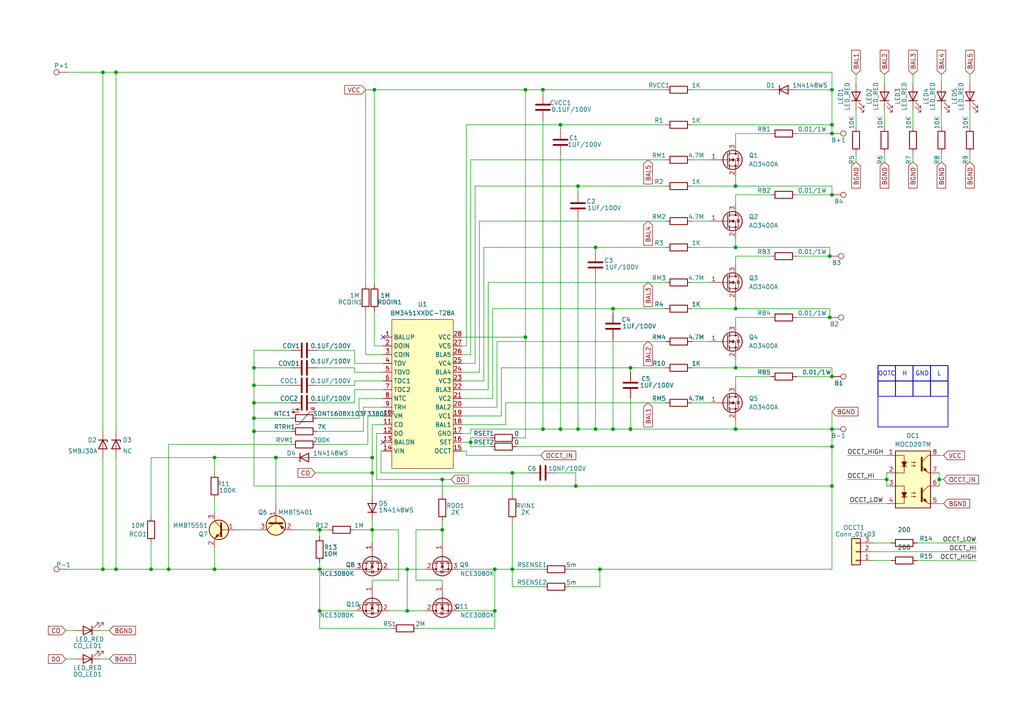
<source format=kicad_sch>
(kicad_sch (version 20230121) (generator eeschema)
  (paper "A4")
  (title_block (title "BM3451XXDC-T28A-Board") (date "2024-02-03") (rev "V1.0") (company "YuaXan"))
  (lib_symbols
    (symbol "Connector:TestPoint" (pin_numbers hide) (pin_names (offset 0.762) hide)
      (property "Reference" "TP" (at 0 6.858 0))
      (property "Value" "TestPoint" (at 0 5.08 0))
      (symbol "TestPoint_1_1"
        (pin passive line (at 0 0 90) (length 2.54) (name "1") (number "1"))
      )
    )
    (symbol "Connector_Generic:Conn_01x03" (pin_names (offset 1.016) hide)
      (property "Reference" "J" (at 0 5.08 0))
      (property "Value" "Conn_01x03" (at 0 -5.08 0))
      (symbol "Conn_01x03_1_1"
        (pin passive line (at -5.08 2.54 0) (length 3.81) (name "Pin_1") (number "1"))
        (pin passive line (at -5.08 0 0) (length 3.81) (name "Pin_2") (number "2"))
        (pin passive line (at -5.08 -2.54 0) (length 3.81) (name "Pin_3") (number "3"))
      )
    )
    (symbol "Device:C" (pin_numbers hide) (pin_names (offset 0.254))
      (property "Reference" "C" (at 0.635 2.54 0))
      (property "Value" "C" (at 0.635 -2.54 0))
      (symbol "C_1_1"
        (pin passive line (at 0 3.81 270) (length 2.794) (name "~") (number "1"))
        (pin passive line (at 0 -3.81 90) (length 2.794) (name "~") (number "2"))
      )
    )
    (symbol "Device:D_Zener" (pin_numbers hide) (pin_names (offset 1.016) hide)
      (property "Reference" "D" (at 0 2.54 0))
      (property "Value" "D_Zener" (at 0 -2.54 0))
      (symbol "D_Zener_1_1"
        (pin passive line (at -3.81 0 0) (length 2.54) (name "K") (number "1"))
        (pin passive line (at 3.81 0 180) (length 2.54) (name "A") (number "2"))
      )
    )
    (symbol "Device:LED" (pin_numbers hide) (pin_names (offset 1.016) hide)
      (property "Reference" "D" (at 0 2.54 0))
      (property "Value" "LED" (at 0 -2.54 0))
      (symbol "LED_1_1"
        (pin passive line (at -3.81 0 0) (length 2.54) (name "K") (number "1"))
        (pin passive line (at 3.81 0 180) (length 2.54) (name "A") (number "2"))
      )
    )
    (symbol "Device:Q_NMOS_GDS" (pin_names (offset 0) hide)
      (property "Reference" "Q" (at 5.08 1.27 0))
      (property "Value" "Q_NMOS_GDS" (at 5.08 -1.27 0))
      (symbol "Q_NMOS_GDS_1_1"
        (pin input line (at -5.08 0 0) (length 2.54) (name "G") (number "1"))
        (pin passive line (at 2.54 5.08 270) (length 2.54) (name "D") (number "2"))
        (pin passive line (at 2.54 -5.08 90) (length 2.54) (name "S") (number "3"))
      )
    )
    (symbol "Device:R" (pin_numbers hide) (pin_names (offset 0))
      (property "Reference" "R" (at 2.032 0 90))
      (property "Value" "R" (at 0 0 90))
      (symbol "R_1_1"
        (pin passive line (at 0 3.81 270) (length 1.27) (name "~") (number "1"))
        (pin passive line (at 0 -3.81 90) (length 1.27) (name "~") (number "2"))
      )
    )
    (symbol "Device:Thermistor_NTC" (pin_numbers hide) (pin_names (offset 0))
      (property "Reference" "TH" (at -4.445 0 90))
      (property "Value" "Thermistor_NTC" (at 3.175 0 90))
      (symbol "Thermistor_NTC_1_1"
        (pin passive line (at 0 3.81 270) (length 1.27) (name "~") (number "1"))
        (pin passive line (at 0 -3.81 90) (length 1.27) (name "~") (number "2"))
      )
    )
    (symbol "Diode:1N4148WS" (pin_numbers hide) (pin_names hide)
      (property "Reference" "D" (at 0 2.54 0))
      (property "Value" "1N4148WS" (at 0 -2.54 0))
      (symbol "1N4148WS_1_1"
        (pin passive line (at -3.81 0 0) (length 2.54) (name "K") (number "1"))
        (pin passive line (at 3.81 0 180) (length 2.54) (name "A") (number "2"))
      )
    )
    (symbol "Library:BM3451XXDC-T28A"
      (property "Reference" "U" (at 0 25.4 0))
      (property "Value" "BM3451XXDC-T28A" (at 0 22.86 0))
      (symbol "BM3451XXDC-T28A_0_0"
        (pin input line (at -11.43 16.51 0) (length 2.54) (name "BALUP") (number "1"))
        (pin input line (at -11.43 -6.35 0) (length 2.54) (name "VM") (number "10"))
        (pin output line (at -11.43 -8.89 0) (length 2.54) (name "CO") (number "11"))
        (pin output line (at -11.43 -11.43 0) (length 2.54) (name "DO") (number "12"))
        (pin input line (at -11.43 -16.51 0) (length 2.54) (name "VIN") (number "14"))
        (pin input line (at 11.43 -16.51 180) (length 2.54) (name "OCCT") (number "15"))
        (pin input line (at 11.43 -13.97 180) (length 2.54) (name "SET") (number "16"))
        (pin power_in line (at 11.43 -11.43 180) (length 2.54) (name "GND") (number "17"))
        (pin output line (at 11.43 -8.89 180) (length 2.54) (name "BAL1") (number "18"))
        (pin output line (at 11.43 -6.35 180) (length 2.54) (name "VC1") (number "19"))
        (pin input line (at -11.43 13.97 0) (length 2.54) (name "DOIN") (number "2"))
        (pin output line (at 11.43 -3.81 180) (length 2.54) (name "BAL2") (number "20"))
        (pin output line (at 11.43 -1.27 180) (length 2.54) (name "VC2") (number "21"))
        (pin output line (at 11.43 1.27 180) (length 2.54) (name "BLA3") (number "22"))
        (pin output line (at 11.43 3.81 180) (length 2.54) (name "VC3") (number "23"))
        (pin output line (at 11.43 6.35 180) (length 2.54) (name "BLA4") (number "24"))
        (pin output line (at 11.43 8.89 180) (length 2.54) (name "VC4") (number "25"))
        (pin output line (at 11.43 11.43 180) (length 2.54) (name "BLA5") (number "26"))
        (pin output line (at 11.43 13.97 180) (length 2.54) (name "VC5") (number "27"))
        (pin power_in line (at 11.43 16.51 180) (length 2.54) (name "VCC") (number "28"))
        (pin input line (at -11.43 11.43 0) (length 2.54) (name "COIN") (number "3"))
        (pin input line (at -11.43 8.89 0) (length 2.54) (name "TOV") (number "4"))
        (pin input line (at -11.43 6.35 0) (length 2.54) (name "TOVD") (number "5"))
        (pin input line (at -11.43 3.81 0) (length 2.54) (name "TOC1") (number "6"))
        (pin input line (at -11.43 1.27 0) (length 2.54) (name "TOC2") (number "7"))
        (pin input line (at -11.43 -1.27 0) (length 2.54) (name "NTC") (number "8"))
        (pin input line (at -11.43 -3.81 0) (length 2.54) (name "TRH") (number "9"))
      )
      (symbol "BM3451XXDC-T28A_1_0"
        (pin output line (at -11.43 -13.97 0) (length 2.54) (name "BALDN") (number "13"))
      )
    )
    (symbol "PCM_Optocoupler_AKL:MOCD207M" (pin_names (offset 1.016))
      (property "Reference" "OC" (at -5.08 8.89 0))
      (property "Value" "MOCD207M" (at -5.08 6.35 0))
      (symbol "MOCD207M_1_1"
        (pin passive line (at -7.62 2.54 0) (length 2.54) (name "~") (number "1"))
        (pin passive line (at -7.62 -2.54 0) (length 2.54) (name "~") (number "2"))
        (pin passive line (at -7.62 -6.35 0) (length 2.54) (name "~") (number "3"))
        (pin passive line (at -7.62 -11.43 0) (length 2.54) (name "~") (number "4"))
        (pin passive line (at 7.62 -11.43 180) (length 2.54) (name "~") (number "5"))
        (pin passive line (at 7.62 -6.35 180) (length 2.54) (name "~") (number "6"))
        (pin passive line (at 7.62 -2.54 180) (length 2.54) (name "~") (number "7"))
        (pin passive line (at 7.62 2.54 180) (length 2.54) (name "~") (number "8"))
      )
    )
    (symbol "PCM_Transistor_BJT_AKL:MMBT5401" (pin_names hide)
      (property "Reference" "Q" (at 5.08 1.27 0))
      (property "Value" "MMBT5401" (at 5.08 -1.27 0))
      (symbol "MMBT5401_1_1"
        (pin input line (at -5.08 0 0) (length 5.715) (name "B") (number "1"))
        (pin passive line (at 2.54 5.08 270) (length 2.54) (name "E") (number "2"))
        (pin passive line (at 2.54 -5.08 90) (length 2.54) (name "C") (number "3"))
      )
    )
    (symbol "PCM_Transistor_BJT_AKL:MMBT5551" (pin_names hide)
      (property "Reference" "Q" (at 5.08 1.27 0))
      (property "Value" "MMBT5551" (at 5.08 -1.27 0))
      (symbol "MMBT5551_1_1"
        (pin input line (at -5.08 0 0) (length 5.715) (name "B") (number "1"))
        (pin passive line (at 2.54 -5.08 90) (length 2.54) (name "E") (number "2"))
        (pin passive line (at 2.54 5.08 270) (length 2.54) (name "C") (number "3"))
      )
    )
    (symbol "Transistor_FET:AO3400A" (pin_names hide)
      (property "Reference" "Q" (at 5.08 1.905 0))
      (property "Value" "AO3400A" (at 5.08 0 0))
      (symbol "AO3400A_1_1"
        (pin input line (at -5.08 0 0) (length 2.54) (name "G") (number "1"))
        (pin passive line (at 2.54 -5.08 90) (length 2.54) (name "S") (number "2"))
        (pin passive line (at 2.54 5.08 270) (length 2.54) (name "D") (number "3"))
      )
    )
  )
  (junction (at 73.66 121.285))
  (junction (at 213.36 71.755))
  (junction (at 213.36 53.975))
  (junction (at 172.72 124.46))
  (junction (at 73.66 106.68))
  (junction (at 29.845 20.955))
  (junction (at 213.36 89.535))
  (junction (at 92.71 153.67))
  (junction (at 62.23 132.715))
  (junction (at 48.895 165.1))
  (junction (at 182.88 124.46))
  (junction (at 162.56 36.195))
  (junction (at 173.99 165.1))
  (junction (at 157.48 26.035))
  (junction (at 33.655 20.955))
  (junction (at 92.71 177.165))
  (junction (at 107.95 132.715))
  (junction (at 177.8 124.46))
  (junction (at 272.415 139.065))
  (junction (at 152.4 97.79))
  (junction (at 29.845 165.1))
  (junction (at 167.005 140.97))
  (junction (at 43.815 165.1))
  (junction (at 118.11 165.1))
  (junction (at 73.66 116.84))
  (junction (at 136.525 128.27))
  (junction (at 92.71 165.1))
  (junction (at 152.4 26.035))
  (junction (at 241.3 109.22))
  (junction (at 107.95 137.16))
  (junction (at 172.72 71.755))
  (junction (at 241.3 140.97))
  (junction (at 118.11 177.165))
  (junction (at 148.59 137.16))
  (junction (at 167.64 124.46))
  (junction (at 33.655 165.1))
  (junction (at 143.51 177.165))
  (junction (at 107.95 153.67))
  (junction (at 73.66 125.095))
  (junction (at 213.36 106.68))
  (junction (at 73.66 111.76))
  (junction (at 162.56 124.46))
  (junction (at 128.27 139.065))
  (junction (at 241.3 26.035))
  (junction (at 108.585 26.035))
  (junction (at 241.3 38.735))
  (junction (at 241.3 56.515))
  (junction (at 213.36 124.46))
  (junction (at 80.01 132.715))
  (junction (at 241.3 36.195))
  (junction (at 128.27 153.67))
  (junction (at 143.51 165.1))
  (junction (at 241.3 124.46))
  (junction (at 62.23 165.1))
  (junction (at 240.665 92.075))
  (junction (at 241.3 129.54))
  (junction (at 148.59 165.1))
  (junction (at 240.665 74.295))
  (junction (at 257.175 139.065))
  (junction (at 167.64 53.975))
  (junction (at 177.8 89.535))
  (junction (at 182.88 106.68))
  (junction (at 157.48 124.46))
  (no_connect (at 111.125 97.79))
  (no_connect (at 111.125 128.27))
  (wire (pts (xy 177.8 89.535) (xy 193.04 89.535)))
  (wire (pts (xy 128.27 151.13) (xy 128.27 153.67)))
  (wire (pts (xy 213.36 109.22) (xy 223.52 109.22)))
  (wire (pts (xy 152.4 26.035) (xy 152.4 97.79)))
  (wire (pts (xy 272.415 139.065) (xy 272.415 140.97)))
  (wire (pts (xy 111.125 110.49) (xy 102.87 110.49)))
  (wire (pts (xy 128.27 169.545) (xy 128.27 168.275)))
  (wire (pts (xy 135.255 132.08) (xy 135.255 130.81)))
  (wire (pts (xy 33.655 132.715) (xy 33.655 165.1)))
  (wire (pts (xy 248.285 31.75) (xy 248.285 36.83)))
  (wire (pts (xy 182.88 124.46) (xy 213.36 124.46)))
  (wire (pts (xy 167.005 137.16) (xy 167.005 140.97)))
  (wire (pts (xy 273.05 31.75) (xy 273.05 36.83)))
  (wire (pts (xy 102.87 116.84) (xy 92.075 116.84)))
  (wire (pts (xy 33.655 20.955) (xy 241.3 20.955)))
  (wire (pts (xy 162.56 45.085) (xy 162.56 124.46)))
  (wire (pts (xy 257.175 139.065) (xy 257.175 140.97)))
  (wire (pts (xy 62.23 158.75) (xy 62.23 165.1)))
  (wire (pts (xy 43.815 149.86) (xy 43.815 132.715)))
  (wire (pts (xy 241.3 36.195) (xy 241.3 38.735)))
  (wire (pts (xy 200.66 71.755) (xy 213.36 71.755)))
  (wire (pts (xy 213.36 59.055) (xy 213.36 56.515)))
  (wire (pts (xy 139.065 64.135) (xy 193.04 64.135)))
  (wire (pts (xy 241.3 106.68) (xy 241.3 109.22)))
  (wire (pts (xy 102.87 165.1) (xy 92.71 165.1)))
  (wire (pts (xy 102.87 111.76) (xy 92.075 111.76)))
  (wire (pts (xy 107.95 132.715) (xy 107.95 137.16)))
  (wire (pts (xy 200.66 36.195) (xy 241.3 36.195)))
  (wire (pts (xy 29.845 20.955) (xy 33.655 20.955)))
  (wire (pts (xy 167.64 55.88) (xy 167.64 53.975)))
  (wire (pts (xy 110.49 130.81) (xy 110.49 137.16)))
  (wire (pts (xy 148.59 165.1) (xy 143.51 165.1)))
  (wire (pts (xy 62.23 132.715) (xy 80.01 132.715)))
  (wire (pts (xy 240.665 89.535) (xy 240.665 92.075)))
  (wire (pts (xy 142.875 115.57) (xy 142.875 89.535)))
  (wire (pts (xy 110.49 137.16) (xy 148.59 137.16)))
  (wire (pts (xy 167.64 53.975) (xy 137.795 53.975)))
  (wire (pts (xy 281.305 31.75) (xy 281.305 36.83)))
  (wire (pts (xy 111.125 123.19) (xy 107.95 123.19)))
  (wire (pts (xy 135.255 100.33) (xy 133.985 100.33)))
  (wire (pts (xy 248.285 44.45) (xy 248.285 46.99)))
  (wire (pts (xy 157.48 124.46) (xy 162.56 124.46)))
  (wire (pts (xy 213.36 121.92) (xy 213.36 124.46)))
  (wire (pts (xy 200.66 26.035) (xy 223.52 26.035)))
  (wire (pts (xy 118.11 165.1) (xy 118.11 177.165)))
  (wire (pts (xy 133.985 115.57) (xy 142.875 115.57)))
  (wire (pts (xy 84.455 106.68) (xy 73.66 106.68)))
  (wire (pts (xy 141.605 113.03) (xy 133.985 113.03)))
  (wire (pts (xy 73.66 125.095) (xy 73.66 140.97)))
  (wire (pts (xy 256.54 21.59) (xy 256.54 24.13)))
  (wire (pts (xy 258.445 162.56) (xy 253.365 162.56)))
  (wire (pts (xy 120.65 168.275) (xy 120.65 153.67)))
  (wire (pts (xy 92.71 153.67) (xy 95.25 153.67)))
  (wire (pts (xy 152.4 127) (xy 152.4 97.79)))
  (wire (pts (xy 266.065 162.56) (xy 283.21 162.56)))
  (wire (pts (xy 102.87 105.41) (xy 102.87 101.6)))
  (wire (pts (xy 115.57 153.67) (xy 107.95 153.67)))
  (wire (pts (xy 162.56 36.195) (xy 193.04 36.195)))
  (wire (pts (xy 213.36 111.76) (xy 213.36 109.22)))
  (wire (pts (xy 152.4 26.035) (xy 157.48 26.035)))
  (wire (pts (xy 92.075 128.905) (xy 106.68 128.905)))
  (wire (pts (xy 107.95 169.545) (xy 107.95 168.275)))
  (wire (pts (xy 102.87 101.6) (xy 92.075 101.6)))
  (wire (pts (xy 118.11 177.165) (xy 123.19 177.165)))
  (wire (pts (xy 113.03 165.1) (xy 118.11 165.1)))
  (wire (pts (xy 128.27 153.67) (xy 128.27 157.48)))
  (wire (pts (xy 109.22 139.065) (xy 128.27 139.065)))
  (wire (pts (xy 273.685 132.08) (xy 272.415 132.08)))
  (wire (pts (xy 113.03 177.165) (xy 118.11 177.165)))
  (wire (pts (xy 200.66 99.06) (xy 205.74 99.06)))
  (wire (pts (xy 172.72 80.645) (xy 172.72 124.46)))
  (wire (pts (xy 133.985 125.73) (xy 136.525 125.73)))
  (wire (pts (xy 136.525 46.355) (xy 193.04 46.355)))
  (wire (pts (xy 213.36 56.515) (xy 223.52 56.515)))
  (wire (pts (xy 85.09 153.67) (xy 92.71 153.67)))
  (wire (pts (xy 91.44 137.16) (xy 107.95 137.16)))
  (wire (pts (xy 245.745 139.065) (xy 257.175 139.065)))
  (wire (pts (xy 231.14 92.075) (xy 240.665 92.075)))
  (wire (pts (xy 281.305 21.59) (xy 281.305 24.13)))
  (wire (pts (xy 231.14 26.035) (xy 241.3 26.035)))
  (wire (pts (xy 257.175 137.16) (xy 257.175 139.065)))
  (wire (pts (xy 240.665 71.755) (xy 240.665 74.295)))
  (wire (pts (xy 182.88 106.68) (xy 145.415 106.68)))
  (wire (pts (xy 157.48 34.925) (xy 157.48 124.46)))
  (wire (pts (xy 213.36 124.46) (xy 241.3 124.46)))
  (wire (pts (xy 133.985 107.95) (xy 139.065 107.95)))
  (wire (pts (xy 29.845 132.715) (xy 29.845 165.1)))
  (wire (pts (xy 193.04 116.84) (xy 146.685 116.84)))
  (wire (pts (xy 102.87 110.49) (xy 102.87 111.76)))
  (wire (pts (xy 102.87 106.68) (xy 92.075 106.68)))
  (wire (pts (xy 106.045 102.87) (xy 111.125 102.87)))
  (wire (pts (xy 167.64 124.46) (xy 172.72 124.46)))
  (wire (pts (xy 73.66 121.285) (xy 84.455 121.285)))
  (wire (pts (xy 213.36 89.535) (xy 200.66 89.535)))
  (wire (pts (xy 167.64 53.975) (xy 193.04 53.975)))
  (wire (pts (xy 165.1 170.18) (xy 173.99 170.18)))
  (wire (pts (xy 177.8 98.425) (xy 177.8 124.46)))
  (wire (pts (xy 182.88 115.57) (xy 182.88 124.46)))
  (wire (pts (xy 177.8 124.46) (xy 182.88 124.46)))
  (wire (pts (xy 241.3 165.1) (xy 241.3 140.97)))
  (wire (pts (xy 105.41 125.095) (xy 105.41 118.11)))
  (wire (pts (xy 142.875 89.535) (xy 177.8 89.535)))
  (wire (pts (xy 145.415 120.65) (xy 133.985 120.65)))
  (wire (pts (xy 177.8 89.535) (xy 177.8 90.805)))
  (wire (pts (xy 29.21 182.88) (xy 31.75 182.88)))
  (wire (pts (xy 165.1 165.1) (xy 173.99 165.1)))
  (wire (pts (xy 107.95 132.715) (xy 92.075 132.715)))
  (wire (pts (xy 108.585 90.17) (xy 108.585 100.33)))
  (wire (pts (xy 136.525 125.73) (xy 136.525 124.46)))
  (wire (pts (xy 173.99 165.1) (xy 241.3 165.1)))
  (wire (pts (xy 241.3 119.38) (xy 241.3 124.46)))
  (wire (pts (xy 273.685 139.065) (xy 272.415 139.065)))
  (wire (pts (xy 92.71 155.575) (xy 92.71 153.67)))
  (wire (pts (xy 43.815 165.1) (xy 48.895 165.1)))
  (wire (pts (xy 157.48 26.035) (xy 157.48 27.305)))
  (wire (pts (xy 264.795 21.59) (xy 264.795 24.13)))
  (wire (pts (xy 109.22 125.73) (xy 109.22 139.065)))
  (wire (pts (xy 120.65 153.67) (xy 128.27 153.67)))
  (wire (pts (xy 29.21 191.135) (xy 31.75 191.135)))
  (wire (pts (xy 140.335 110.49) (xy 133.985 110.49)))
  (wire (pts (xy 241.3 20.955) (xy 241.3 26.035)))
  (wire (pts (xy 258.445 157.48) (xy 253.365 157.48)))
  (wire (pts (xy 245.745 132.08) (xy 257.175 132.08)))
  (wire (pts (xy 153.67 137.16) (xy 148.59 137.16)))
  (wire (pts (xy 200.66 81.915) (xy 205.74 81.915)))
  (wire (pts (xy 144.145 99.06) (xy 144.145 118.11)))
  (wire (pts (xy 62.23 165.1) (xy 92.71 165.1)))
  (wire (pts (xy 92.71 182.245) (xy 92.71 177.165)))
  (wire (pts (xy 173.99 165.1) (xy 173.99 170.18)))
  (wire (pts (xy 172.72 71.755) (xy 140.335 71.755)))
  (wire (pts (xy 92.075 125.095) (xy 105.41 125.095)))
  (wire (pts (xy 246.38 146.05) (xy 257.175 146.05)))
  (wire (pts (xy 213.36 69.215) (xy 213.36 71.755)))
  (wire (pts (xy 121.285 182.245) (xy 143.51 182.245)))
  (wire (pts (xy 172.72 124.46) (xy 177.8 124.46)))
  (wire (pts (xy 182.88 106.68) (xy 193.04 106.68)))
  (wire (pts (xy 149.86 129.54) (xy 241.3 129.54)))
  (wire (pts (xy 111.125 105.41) (xy 102.87 105.41)))
  (wire (pts (xy 130.81 139.065) (xy 128.27 139.065)))
  (wire (pts (xy 107.95 151.13) (xy 107.95 153.67)))
  (wire (pts (xy 135.255 130.81) (xy 133.985 130.81)))
  (wire (pts (xy 200.66 106.68) (xy 213.36 106.68)))
  (wire (pts (xy 73.66 101.6) (xy 73.66 106.68)))
  (wire (pts (xy 213.36 51.435) (xy 213.36 53.975)))
  (wire (pts (xy 264.795 31.75) (xy 264.795 36.83)))
  (wire (pts (xy 84.455 128.905) (xy 48.895 128.905)))
  (wire (pts (xy 106.045 90.17) (xy 106.045 102.87)))
  (wire (pts (xy 115.57 168.275) (xy 115.57 153.67)))
  (wire (pts (xy 148.59 170.18) (xy 157.48 170.18)))
  (wire (pts (xy 143.51 165.1) (xy 143.51 177.165)))
  (wire (pts (xy 231.14 74.295) (xy 240.665 74.295)))
  (wire (pts (xy 84.455 111.76) (xy 73.66 111.76)))
  (wire (pts (xy 92.075 121.285) (xy 104.14 121.285)))
  (wire (pts (xy 135.255 36.195) (xy 135.255 100.33)))
  (wire (pts (xy 113.665 182.245) (xy 92.71 182.245)))
  (wire (pts (xy 84.455 132.715) (xy 80.01 132.715)))
  (wire (pts (xy 152.4 97.79) (xy 133.985 97.79)))
  (wire (pts (xy 213.36 86.995) (xy 213.36 89.535)))
  (wire (pts (xy 111.125 113.03) (xy 102.87 113.03)))
  (wire (pts (xy 62.23 137.16) (xy 62.23 132.715)))
  (wire (pts (xy 84.455 116.84) (xy 73.66 116.84)))
  (wire (pts (xy 253.365 160.02) (xy 283.21 160.02)))
  (wire (pts (xy 200.66 116.84) (xy 205.74 116.84)))
  (wire (pts (xy 172.72 73.025) (xy 172.72 71.755)))
  (wire (pts (xy 161.29 137.16) (xy 167.005 137.16)))
  (wire (pts (xy 272.415 137.16) (xy 272.415 139.065)))
  (wire (pts (xy 241.3 140.97) (xy 241.3 129.54)))
  (wire (pts (xy 19.05 191.135) (xy 21.59 191.135)))
  (wire (pts (xy 110.49 130.81) (xy 111.125 130.81)))
  (wire (pts (xy 140.335 71.755) (xy 140.335 110.49)))
  (wire (pts (xy 146.685 116.84) (xy 146.685 123.19)))
  (wire (pts (xy 43.815 157.48) (xy 43.815 165.1)))
  (wire (pts (xy 108.585 26.035) (xy 108.585 82.55)))
  (wire (pts (xy 213.36 74.295) (xy 213.36 76.835)))
  (wire (pts (xy 107.95 123.19) (xy 107.95 132.715)))
  (wire (pts (xy 108.585 26.035) (xy 152.4 26.035)))
  (wire (pts (xy 33.655 20.955) (xy 33.655 125.095)))
  (wire (pts (xy 136.525 102.87) (xy 136.525 46.355)))
  (wire (pts (xy 273.05 21.59) (xy 273.05 24.13)))
  (wire (pts (xy 149.86 127) (xy 152.4 127)))
  (wire (pts (xy 19.05 182.88) (xy 21.59 182.88)))
  (wire (pts (xy 162.56 124.46) (xy 167.64 124.46)))
  (wire (pts (xy 92.71 177.165) (xy 102.87 177.165)))
  (wire (pts (xy 84.455 101.6) (xy 73.66 101.6)))
  (wire (pts (xy 162.56 36.195) (xy 162.56 37.465)))
  (wire (pts (xy 193.04 99.06) (xy 144.145 99.06)))
  (wire (pts (xy 106.68 120.65) (xy 111.125 120.65)))
  (wire (pts (xy 213.36 41.275) (xy 213.36 38.735)))
  (wire (pts (xy 136.525 129.54) (xy 142.24 129.54)))
  (wire (pts (xy 213.36 53.975) (xy 241.3 53.975)))
  (wire (pts (xy 62.23 144.78) (xy 62.23 148.59)))
  (wire (pts (xy 148.59 151.13) (xy 148.59 165.1)))
  (wire (pts (xy 29.845 165.1) (xy 33.655 165.1)))
  (wire (pts (xy 107.95 168.275) (xy 115.57 168.275)))
  (wire (pts (xy 19.685 165.1) (xy 29.845 165.1)))
  (wire (pts (xy 256.54 44.45) (xy 256.54 46.99)))
  (wire (pts (xy 73.66 125.095) (xy 84.455 125.095)))
  (wire (pts (xy 241.3 26.035) (xy 241.3 36.195)))
  (wire (pts (xy 272.415 146.05) (xy 273.685 146.05)))
  (wire (pts (xy 213.36 71.755) (xy 240.665 71.755)))
  (wire (pts (xy 167.64 63.5) (xy 167.64 124.46)))
  (wire (pts (xy 108.585 100.33) (xy 111.125 100.33)))
  (wire (pts (xy 266.065 157.48) (xy 283.21 157.48)))
  (wire (pts (xy 136.525 128.27) (xy 136.525 127)))
  (wire (pts (xy 162.56 36.195) (xy 135.255 36.195)))
  (wire (pts (xy 241.3 109.22) (xy 231.14 109.22)))
  (wire (pts (xy 73.66 121.285) (xy 73.66 125.095)))
  (wire (pts (xy 135.255 132.08) (xy 156.845 132.08)))
  (wire (pts (xy 144.145 118.11) (xy 133.985 118.11)))
  (wire (pts (xy 172.72 71.755) (xy 193.04 71.755)))
  (wire (pts (xy 136.525 128.27) (xy 136.525 129.54)))
  (wire (pts (xy 128.27 139.065) (xy 128.27 143.51)))
  (wire (pts (xy 106.68 128.905) (xy 106.68 120.65)))
  (wire (pts (xy 141.605 81.915) (xy 193.04 81.915)))
  (wire (pts (xy 107.95 137.16) (xy 107.95 143.51)))
  (wire (pts (xy 213.36 104.14) (xy 213.36 106.68)))
  (wire (pts (xy 106.045 82.55) (xy 106.045 26.035)))
  (wire (pts (xy 136.525 127) (xy 142.24 127)))
  (wire (pts (xy 106.045 26.035) (xy 108.585 26.035)))
  (wire (pts (xy 213.36 38.735) (xy 223.52 38.735)))
  (wire (pts (xy 145.415 106.68) (xy 145.415 120.65)))
  (wire (pts (xy 43.815 132.715) (xy 62.23 132.715)))
  (wire (pts (xy 213.36 93.98) (xy 213.36 92.075)))
  (wire (pts (xy 213.36 92.075) (xy 223.52 92.075)))
  (wire (pts (xy 256.54 31.75) (xy 256.54 36.83)))
  (wire (pts (xy 136.525 124.46) (xy 157.48 124.46)))
  (wire (pts (xy 167.005 140.97) (xy 241.3 140.97)))
  (wire (pts (xy 111.125 125.73) (xy 109.22 125.73)))
  (wire (pts (xy 33.655 165.1) (xy 43.815 165.1)))
  (wire (pts (xy 231.14 56.515) (xy 241.3 56.515)))
  (wire (pts (xy 48.895 128.905) (xy 48.895 165.1)))
  (wire (pts (xy 118.11 165.1) (xy 123.19 165.1)))
  (wire (pts (xy 139.065 107.95) (xy 139.065 64.135)))
  (wire (pts (xy 48.895 165.1) (xy 62.23 165.1)))
  (wire (pts (xy 157.48 26.035) (xy 193.04 26.035)))
  (wire (pts (xy 241.3 53.975) (xy 241.3 56.515)))
  (wire (pts (xy 80.01 132.715) (xy 80.01 146.05)))
  (wire (pts (xy 111.125 107.95) (xy 102.87 107.95)))
  (wire (pts (xy 143.51 177.165) (xy 143.51 182.245)))
  (wire (pts (xy 264.795 44.45) (xy 264.795 46.99)))
  (wire (pts (xy 102.87 153.67) (xy 107.95 153.67)))
  (wire (pts (xy 148.59 165.1) (xy 148.59 170.18)))
  (wire (pts (xy 73.66 106.68) (xy 73.66 111.76)))
  (wire (pts (xy 137.795 53.975) (xy 137.795 105.41)))
  (wire (pts (xy 231.14 38.735) (xy 241.3 38.735)))
  (wire (pts (xy 105.41 118.11) (xy 111.125 118.11)))
  (wire (pts (xy 107.95 153.67) (xy 107.95 157.48)))
  (wire (pts (xy 69.85 153.67) (xy 74.93 153.67)))
  (wire (pts (xy 143.51 177.165) (xy 133.35 177.165)))
  (wire (pts (xy 73.66 116.84) (xy 73.66 121.285)))
  (wire (pts (xy 92.71 165.1) (xy 92.71 177.165)))
  (wire (pts (xy 19.685 20.955) (xy 29.845 20.955)))
  (wire (pts (xy 148.59 137.16) (xy 148.59 143.51)))
  (wire (pts (xy 200.66 64.135) (xy 205.74 64.135)))
  (wire (pts (xy 133.985 128.27) (xy 136.525 128.27)))
  (wire (pts (xy 281.305 44.45) (xy 281.305 46.99)))
  (wire (pts (xy 223.52 74.295) (xy 213.36 74.295)))
  (wire (pts (xy 137.795 105.41) (xy 133.985 105.41)))
  (wire (pts (xy 213.36 89.535) (xy 240.665 89.535)))
  (wire (pts (xy 141.605 81.915) (xy 141.605 113.03)))
  (wire (pts (xy 182.88 107.95) (xy 182.88 106.68)))
  (wire (pts (xy 248.285 21.59) (xy 248.285 24.13)))
  (wire (pts (xy 92.71 163.195) (xy 92.71 165.1)))
  (wire (pts (xy 200.66 46.355) (xy 205.74 46.355)))
  (wire (pts (xy 241.3 129.54) (xy 241.3 124.46)))
  (wire (pts (xy 148.59 165.1) (xy 157.48 165.1)))
  (wire (pts (xy 146.685 123.19) (xy 133.985 123.19)))
  (wire (pts (xy 133.35 165.1) (xy 143.51 165.1)))
  (wire (pts (xy 213.36 106.68) (xy 241.3 106.68)))
  (wire (pts (xy 102.87 113.03) (xy 102.87 116.84)))
  (wire (pts (xy 102.87 107.95) (xy 102.87 106.68)))
  (wire (pts (xy 133.985 102.87) (xy 136.525 102.87)))
  (wire (pts (xy 29.845 20.955) (xy 29.845 125.095)))
  (wire (pts (xy 73.66 111.76) (xy 73.66 116.84)))
  (wire (pts (xy 273.05 44.45) (xy 273.05 46.99)))
  (wire (pts (xy 104.14 115.57) (xy 111.125 115.57)))
  (wire (pts (xy 73.66 140.97) (xy 167.005 140.97)))
  (wire (pts (xy 128.27 168.275) (xy 120.65 168.275)))
  (wire (pts (xy 104.14 121.285) (xy 104.14 115.57)))
  (wire (pts (xy 200.66 53.975) (xy 213.36 53.975)))
  (rectangle (start 259.715 106.045) (end 264.795 110.49) (stroke (width 0.2)))
  (rectangle (start 254.635 110.49) (end 259.715 114.935) (stroke (width 0.2)))
  (rectangle (start 269.875 106.045) (end 274.955 110.49) (stroke (width 0.2)))
  (rectangle (start 264.795 106.045) (end 269.875 110.49) (stroke (width 0.2)))
  (rectangle (start 264.795 110.49) (end 269.875 114.935) (stroke (width 0.2)))
  (rectangle (start 254.635 106.045) (end 274.955 123.825) (stroke (width 0.2)))
  (rectangle (start 254.635 106.045) (end 259.715 110.49) (stroke (width 0.2)))
  (rectangle (start 259.715 110.49) (end 264.795 114.935) (stroke (width 0.2)))
  (rectangle (start 269.875 110.49) (end 274.955 114.935) (stroke (width 0.2)))
  (text "H" (at 261.62 109.22 0) (effects (font (size 1.27 1.27)) (justify left bottom)))
  (text "GND" (at 265.43 109.22 0) (effects (font (size 1.27 1.27)) (justify left bottom)))
  (text "OOTC" (at 254.635 109.22 0) (effects (font (size 1.27 1.27)) (justify left bottom)))
  (text "L" (at 271.78 109.22 0) (effects (font (size 1.27 1.27)) (justify left bottom)))
  (label "OCCT_HI" (at 245.745 139.065 0))
  (label "OCCT_HI" (at 283.21 160.02 180))
  (label "OCCT_HIGH" (at 283.21 162.56 180))
  (label "OCCT_LOW" (at 246.38 146.05 0))
  (label "OCCT_HIGH" (at 245.745 132.08 0))
  (label "OCCT_LOW" (at 283.21 157.48 180))
  (global_label "BAL3" (shape input) (at 187.96 81.915 270) (property "Intersheetrefs" "${INTERSHEET_REFS}" (effects hide)))
  (global_label "BGND" (shape input) (at 241.3 119.38 0) (property "Intersheetrefs" "${INTERSHEET_REFS}" (effects hide)))
  (global_label "OCCT_IN" (shape input) (at 156.845 132.08 0) (property "Intersheetrefs" "${INTERSHEET_REFS}" (effects hide)))
  (global_label "VCC" (shape input) (at 106.045 26.035 180) (property "Intersheetrefs" "${INTERSHEET_REFS}" (effects hide)))
  (global_label "BGND" (shape input) (at 256.54 46.99 270) (property "Intersheetrefs" "${INTERSHEET_REFS}" (effects hide)))
  (global_label "BAL4" (shape input) (at 273.05 21.59 90) (property "Intersheetrefs" "${INTERSHEET_REFS}" (effects hide)))
  (global_label "BAL2" (shape input) (at 187.96 99.06 270) (property "Intersheetrefs" "${INTERSHEET_REFS}" (effects hide)))
  (global_label "BAL4" (shape input) (at 187.96 64.135 270) (property "Intersheetrefs" "${INTERSHEET_REFS}" (effects hide)))
  (global_label "BGND" (shape input) (at 273.685 146.05 0) (property "Intersheetrefs" "${INTERSHEET_REFS}" (effects hide)))
  (global_label "CO" (shape input) (at 19.05 182.88 180) (property "Intersheetrefs" "${INTERSHEET_REFS}" (effects hide)))
  (global_label "BGND" (shape input) (at 281.305 46.99 270) (property "Intersheetrefs" "${INTERSHEET_REFS}" (effects hide)))
  (global_label "BGND" (shape input) (at 264.795 46.99 270) (property "Intersheetrefs" "${INTERSHEET_REFS}" (effects hide)))
  (global_label "BGND" (shape input) (at 248.285 46.99 270) (property "Intersheetrefs" "${INTERSHEET_REFS}" (effects hide)))
  (global_label "DO" (shape input) (at 130.81 139.065 0) (property "Intersheetrefs" "${INTERSHEET_REFS}" (effects hide)))
  (global_label "DO" (shape input) (at 19.05 191.135 180) (property "Intersheetrefs" "${INTERSHEET_REFS}" (effects hide)))
  (global_label "BAL1" (shape input) (at 248.285 21.59 90) (property "Intersheetrefs" "${INTERSHEET_REFS}" (effects hide)))
  (global_label "BAL3" (shape input) (at 264.795 21.59 90) (property "Intersheetrefs" "${INTERSHEET_REFS}" (effects hide)))
  (global_label "BGND" (shape input) (at 31.75 191.135 0) (property "Intersheetrefs" "${INTERSHEET_REFS}" (effects hide)))
  (global_label "BGND" (shape input) (at 31.75 182.88 0) (property "Intersheetrefs" "${INTERSHEET_REFS}" (effects hide)))
  (global_label "BAL1" (shape input) (at 187.96 116.84 270) (property "Intersheetrefs" "${INTERSHEET_REFS}" (effects hide)))
  (global_label "OCCT_IN" (shape input) (at 273.685 139.065 0) (property "Intersheetrefs" "${INTERSHEET_REFS}" (effects hide)))
  (global_label "BGND" (shape input) (at 273.05 46.99 270) (property "Intersheetrefs" "${INTERSHEET_REFS}" (effects hide)))
  (global_label "BAL5" (shape input) (at 281.305 21.59 90) (property "Intersheetrefs" "${INTERSHEET_REFS}" (effects hide)))
  (global_label "BAL2" (shape input) (at 256.54 21.59 90) (property "Intersheetrefs" "${INTERSHEET_REFS}" (effects hide)))
  (global_label "CO" (shape input) (at 91.44 137.16 180) (property "Intersheetrefs" "${INTERSHEET_REFS}" (effects hide)))
  (global_label "BAL5" (shape input) (at 187.96 46.355 270) (property "Intersheetrefs" "${INTERSHEET_REFS}" (effects hide)))
  (global_label "VCC" (shape input) (at 273.685 132.08 0) (property "Intersheetrefs" "${INTERSHEET_REFS}" (effects hide)))
  (symbol (lib_id "Device:C") (at 167.64 59.69 180) (unit 1)
    (property "Reference" "C2" (at 171.45 58.42 0))
    (property "Value" "1UF/100V" (at 175.26 60.325 0))
    (property "Footprint" "Capacitor_SMD:C_0603_1608Metric" (effects hide))
  )
  (symbol (lib_id "Device:R") (at 256.54 40.64 180) (unit 1)
    (property "Reference" "R6" (at 255.27 46.355 90))
    (property "Value" "10K" (at 255.27 35.56 90))
    (property "Footprint" "Resistor_SMD:R_0603_1608Metric" (effects hide))
  )
  (symbol (lib_id "Device:R") (at 108.585 86.36 180) (unit 1)
    (property "Reference" "RDOIN1" (at 113.03 87.63 0))
    (property "Value" "1M" (at 111.76 85.725 0))
    (property "Footprint" "Resistor_SMD:R_0603_1608Metric" (effects hide))
  )
  (symbol (lib_id "Device:C") (at 88.265 116.84 90) (unit 1)
    (property "Reference" "COC2" (at 83.82 115.57 90))
    (property "Value" "0.1UF/100V" (at 95.885 115.57 90))
    (property "Footprint" "Capacitor_SMD:C_0603_1608Metric" (effects hide))
  )
  (symbol (lib_id "Device:LED") (at 273.05 27.94 90) (unit 1)
    (property "Reference" "LED4" (at 268.605 27.94 0))
    (property "Value" "LED_RED" (at 270.51 27.94 0))
    (property "Footprint" "LED_SMD:LED_0603_1608Metric" (effects hide))
  )
  (symbol (lib_id "Device:C") (at 157.48 31.115 180) (unit 1)
    (property "Reference" "CVCC1" (at 162.56 29.845 0))
    (property "Value" "0.1UF/100V" (at 165.735 31.75 0))
    (property "Footprint" "Capacitor_SMD:C_0603_1608Metric" (effects hide))
  )
  (symbol (lib_id "Device:R") (at 227.33 38.735 90) (unit 1)
    (property "Reference" "RB1" (at 221.615 37.465 90))
    (property "Value" "0.01/1W" (at 235.585 37.465 90))
    (property "Footprint" "Resistor_SMD:R_1206_3216Metric" (effects hide))
  )
  (symbol (lib_id "Device:Q_NMOS_GDS") (at 128.27 174.625 90) (mirror x) (unit 1)
    (property "Reference" "Q11" (at 135.89 175.895 90) (effects (justify left)))
    (property "Value" "NCE3080K" (at 143.51 178.435 90) (effects (justify left)))
    (property "Footprint" "Package_TO_SOT_SMD:TO-252-2" (effects hide))
  )
  (symbol (lib_id "Device:LED") (at 264.795 27.94 90) (unit 1)
    (property "Reference" "LED3" (at 260.35 27.94 0))
    (property "Value" "LED_RED" (at 262.255 27.94 0))
    (property "Footprint" "LED_SMD:LED_0603_1608Metric" (effects hide))
  )
  (symbol (lib_id "Device:R") (at 196.85 116.84 90) (unit 1)
    (property "Reference" "RM5" (at 191.135 115.57 90))
    (property "Value" "4.7M" (at 201.93 115.57 90))
    (property "Footprint" "Resistor_SMD:R_0603_1608Metric" (effects hide))
  )
  (symbol (lib_id "Device:R") (at 227.33 74.295 90) (unit 1)
    (property "Reference" "RB3" (at 221.615 73.025 90))
    (property "Value" "0.01/1W" (at 235.585 73.025 90))
    (property "Footprint" "Resistor_SMD:R_1206_3216Metric" (effects hide))
  )
  (symbol (lib_id "Device:D_Zener") (at 33.655 128.905 270) (unit 1)
    (property "Reference" "D3" (at 35.56 127.635 90) (effects (justify left)))
    (property "Value" "NC" (at 35.56 130.81 90) (effects (justify left)))
    (property "Footprint" "Diode_SMD:D_SMB" (effects hide))
  )
  (symbol (lib_id "Device:R") (at 196.85 53.975 90) (unit 1)
    (property "Reference" "R2" (at 191.135 52.705 90))
    (property "Value" "1K" (at 201.93 52.705 90))
    (property "Footprint" "Resistor_SMD:R_0603_1608Metric" (effects hide))
  )
  (symbol (lib_id "Transistor_FET:AO3400A") (at 210.82 46.355 0) (unit 1)
    (property "Reference" "Q1" (at 217.17 45.085 0) (effects (justify left)))
    (property "Value" "AO3400A" (at 217.17 47.625 0) (effects (justify left)))
    (property "Footprint" "Package_TO_SOT_SMD:SOT-23" (effects hide))
    (property "Datasheet" "http://www.aosmd.com/pdfs/datasheet/AO3400A.pdf" (effects hide))
  )
  (symbol (lib_id "Connector:TestPoint") (at 19.685 20.955 90) (unit 1)
    (property "Reference" "P+1" (at 17.78 19.05 90))
    (property "Value" "TestPoint" (effects hide))
    (property "Footprint" "TestPoint:TestPoint_Pad_4.0x4.0mm" (effects hide))
  )
  (symbol (lib_id "Connector:TestPoint") (at 241.3 56.515 270) (unit 1)
    (property "Reference" "B4" (at 241.935 58.42 90) (effects (justify left)))
    (property "Value" "TestPoint" (effects hide))
    (property "Footprint" "TestPoint:TestPoint_Pad_4.0x4.0mm" (effects hide))
  )
  (symbol (lib_id "Device:R") (at 117.475 182.245 90) (unit 1)
    (property "Reference" "RS1" (at 113.03 180.975 90))
    (property "Value" "2M" (at 121.92 180.975 90))
    (property "Footprint" "Resistor_SMD:R_0603_1608Metric" (effects hide))
  )
  (symbol (lib_id "Device:R") (at 128.27 147.32 180) (unit 1)
    (property "Reference" "RDO1" (at 132.08 146.685 0))
    (property "Value" "2K" (at 132.08 148.59 0))
    (property "Footprint" "Resistor_SMD:R_0603_1608Metric" (effects hide))
  )
  (symbol (lib_id "Device:R") (at 281.305 40.64 180) (unit 1)
    (property "Reference" "R9" (at 280.035 46.355 90))
    (property "Value" "10K" (at 280.035 35.56 90))
    (property "Footprint" "Resistor_SMD:R_0603_1608Metric" (effects hide))
  )
  (symbol (lib_id "Device:R") (at 146.05 127 90) (unit 1)
    (property "Reference" "RSET1" (at 140.335 125.73 90))
    (property "Value" "0" (at 149.86 125.73 90))
    (property "Footprint" "Resistor_SMD:R_0603_1608Metric" (effects hide))
  )
  (symbol (lib_id "Device:C") (at 172.72 76.835 180) (unit 1)
    (property "Reference" "C3" (at 176.53 75.565 0))
    (property "Value" "1UF/100V" (at 180.34 77.47 0))
    (property "Footprint" "Capacitor_SMD:C_0603_1608Metric" (effects hide))
  )
  (symbol (lib_id "Device:Q_NMOS_GDS") (at 107.95 174.625 270) (unit 1)
    (property "Reference" "Q10" (at 100.33 175.26 90) (effects (justify left)))
    (property "Value" "NCE3080K" (at 92.71 178.435 90) (effects (justify left)))
    (property "Footprint" "Package_TO_SOT_SMD:TO-252-2" (effects hide))
  )
  (symbol (lib_id "Device:R") (at 196.85 106.68 90) (unit 1)
    (property "Reference" "R10" (at 191.135 105.41 90))
    (property "Value" "1K" (at 201.93 105.41 90))
    (property "Footprint" "Resistor_SMD:R_0603_1608Metric" (effects hide))
  )
  (symbol (lib_id "PCM_Transistor_BJT_AKL:MMBT5551") (at 64.77 153.67 0) (mirror y) (unit 1)
    (property "Reference" "Q7" (at 60.325 154.94 0) (effects (justify left)))
    (property "Value" "MMBT5551" (at 60.325 152.4 0) (effects (justify left)))
    (property "Footprint" "Package_TO_SOT_SMD:SOT-23" (effects hide))
    (property "Datasheet" "https://www.tme.eu/Document/12bff749841e3a356e683e9a8e7e4119/2N3904BU-DTE.pdf" (effects hide))
  )
  (symbol (lib_id "Device:R") (at 262.255 157.48 90) (unit 1)
    (property "Reference" "R14" (at 268.605 156.21 90))
    (property "Value" "200" (at 262.255 153.67 90))
    (property "Footprint" "Resistor_SMD:R_0603_1608Metric" (effects hide))
  )
  (symbol (lib_id "Device:R") (at 161.29 170.18 270) (unit 1)
    (property "Reference" "RSENSE2" (at 154.305 168.91 90))
    (property "Value" "5m" (at 165.735 168.91 90))
    (property "Footprint" "Resistor_SMD:R_2512_6332Metric" (effects hide))
  )
  (symbol (lib_id "Device:R") (at 196.85 64.135 90) (unit 1)
    (property "Reference" "RM2" (at 191.135 62.865 90))
    (property "Value" "4.7M" (at 201.93 62.865 90))
    (property "Footprint" "Resistor_SMD:R_0603_1608Metric" (effects hide))
  )
  (symbol (lib_id "Device:R") (at 148.59 147.32 180) (unit 1)
    (property "Reference" "RVIN1" (at 152.4 146.685 0))
    (property "Value" "2K" (at 152.4 148.59 0))
    (property "Footprint" "Resistor_SMD:R_0603_1608Metric" (effects hide))
  )
  (symbol (lib_id "Device:R") (at 196.85 89.535 90) (unit 1)
    (property "Reference" "R4" (at 191.135 88.265 90))
    (property "Value" "1K" (at 201.93 88.265 90))
    (property "Footprint" "Resistor_SMD:R_0603_1608Metric" (effects hide))
  )
  (symbol (lib_id "Device:R") (at 264.795 40.64 180) (unit 1)
    (property "Reference" "R7" (at 263.525 46.355 90))
    (property "Value" "10K" (at 263.525 35.56 90))
    (property "Footprint" "Resistor_SMD:R_0603_1608Metric" (effects hide))
  )
  (symbol (lib_id "Device:LED") (at 256.54 27.94 90) (unit 1)
    (property "Reference" "LED2" (at 252.095 27.94 0))
    (property "Value" "LED_RED" (at 254 27.94 0))
    (property "Footprint" "LED_SMD:LED_0603_1608Metric" (effects hide))
  )
  (symbol (lib_id "Transistor_FET:AO3400A") (at 210.82 64.135 0) (unit 1)
    (property "Reference" "Q2" (at 217.17 62.865 0) (effects (justify left)))
    (property "Value" "AO3400A" (at 217.17 65.405 0) (effects (justify left)))
    (property "Footprint" "Package_TO_SOT_SMD:SOT-23" (effects hide))
    (property "Datasheet" "http://www.aosmd.com/pdfs/datasheet/AO3400A.pdf" (effects hide))
  )
  (symbol (lib_id "Device:R") (at 43.815 153.67 180) (unit 1)
    (property "Reference" "RCO1" (at 40.005 154.94 0))
    (property "Value" "10M" (at 40.005 152.4 0))
    (property "Footprint" "Resistor_SMD:R_0603_1608Metric" (effects hide))
  )
  (symbol (lib_id "Device:R") (at 196.85 36.195 90) (unit 1)
    (property "Reference" "R1" (at 191.135 34.925 90))
    (property "Value" "1K" (at 201.93 34.925 90))
    (property "Footprint" "Resistor_SMD:R_0603_1608Metric" (effects hide))
  )
  (symbol (lib_id "Connector:TestPoint") (at 241.3 109.22 270) (unit 1)
    (property "Reference" "B1" (at 241.935 111.125 90) (effects (justify left)))
    (property "Value" "TestPoint" (effects hide))
    (property "Footprint" "TestPoint:TestPoint_Pad_4.0x4.0mm" (effects hide))
  )
  (symbol (lib_id "Diode:1N4148WS") (at 107.95 147.32 90) (unit 1)
    (property "Reference" "D5" (at 111.125 146.05 90))
    (property "Value" "1N4148WS" (at 114.935 147.955 90))
    (property "Footprint" "Diode_SMD:D_SOD-323" (effects hide))
    (property "Datasheet" "https://www.vishay.com/docs/85751/1n4148ws.pdf" (effects hide))
    (property "Sim.Device" "D" (effects hide))
    (property "Sim.Pins" "1=K 2=A" (effects hide))
  )
  (symbol (lib_id "Diode:1N4148WS") (at 227.33 26.035 0) (unit 1)
    (property "Reference" "D1" (at 223.52 24.765 0))
    (property "Value" "1N4148WS" (at 234.95 24.765 0))
    (property "Footprint" "Diode_SMD:D_SOD-323" (effects hide))
    (property "Datasheet" "https://www.vishay.com/docs/85751/1n4148ws.pdf" (effects hide))
    (property "Sim.Device" "D" (effects hide))
    (property "Sim.Pins" "1=K 2=A" (effects hide))
  )
  (symbol (lib_id "Device:C") (at 157.48 137.16 270) (unit 1)
    (property "Reference" "C6" (at 154.305 135.89 90))
    (property "Value" "10NF/100V" (at 164.465 135.89 90))
    (property "Footprint" "Capacitor_SMD:C_0603_1608Metric" (effects hide))
  )
  (symbol (lib_id "Library:BM3451XXDC-T28A") (at 122.555 114.3 0) (unit 1)
    (property "Reference" "U1" (at 122.555 88.265 0))
    (property "Value" "BM3451XXDC-T28A" (at 122.555 90.805 0))
    (property "Footprint" "Package_SO:TSSOP-28_4.4x9.7mm_P0.65mm" (effects hide))
    (property "Datasheet" "http://www.bydmicro.com/params/field/preview/PDF_PRODUCT_202304141002.pdf" (effects hide))
  )
  (symbol (lib_id "Connector:TestPoint") (at 240.665 92.075 270) (unit 1)
    (property "Reference" "B2" (at 240.665 93.98 90) (effects (justify left)))
    (property "Value" "TestPoint" (effects hide))
    (property "Footprint" "TestPoint:TestPoint_Pad_4.0x4.0mm" (effects hide))
  )
  (symbol (lib_id "Device:R") (at 227.33 92.075 90) (unit 1)
    (property "Reference" "RB4" (at 221.615 90.805 90))
    (property "Value" "0.01/1W" (at 235.585 90.805 90))
    (property "Footprint" "Resistor_SMD:R_1206_3216Metric" (effects hide))
  )
  (symbol (lib_id "Device:C") (at 88.265 101.6 90) (unit 1)
    (property "Reference" "COV1" (at 84.455 100.33 90))
    (property "Value" "0.1UF/100V" (at 95.885 100.33 90))
    (property "Footprint" "Capacitor_SMD:C_0603_1608Metric" (effects hide))
  )
  (symbol (lib_id "Device:R") (at 62.23 140.97 180) (unit 1)
    (property "Reference" "R11" (at 64.77 140.335 0))
    (property "Value" "100K" (at 66.04 142.24 0))
    (property "Footprint" "Resistor_SMD:R_0603_1608Metric" (effects hide))
  )
  (symbol (lib_id "Device:LED") (at 281.305 27.94 90) (unit 1)
    (property "Reference" "LED5" (at 276.86 27.94 0))
    (property "Value" "LED_RED" (at 278.765 27.94 0))
    (property "Footprint" "LED_SMD:LED_0603_1608Metric" (effects hide))
  )
  (symbol (lib_id "Connector_Generic:Conn_01x03") (at 248.285 160.02 180) (unit 1)
    (property "Reference" "OCCT1" (at 250.825 153.035 0) (effects (justify left)))
    (property "Value" "Conn_01x03" (at 254 154.94 0) (effects (justify left)))
    (property "Footprint" "Connector_JST:JST_XH_B3B-XH-A_1x03_P2.50mm_Vertical" (effects hide))
  )
  (symbol (lib_id "Device:LED") (at 248.285 27.94 90) (unit 1)
    (property "Reference" "LED1" (at 243.84 27.94 0))
    (property "Value" "LED_RED" (at 245.745 27.94 0))
    (property "Footprint" "LED_SMD:LED_0603_1608Metric" (effects hide))
  )
  (symbol (lib_id "Diode:1N4148WS") (at 88.265 132.715 0) (unit 1)
    (property "Reference" "D4" (at 84.455 131.445 0))
    (property "Value" "1N4148WS" (at 95.885 131.445 0))
    (property "Footprint" "Diode_SMD:D_SOD-323" (effects hide))
    (property "Datasheet" "https://www.vishay.com/docs/85751/1n4148ws.pdf" (effects hide))
    (property "Sim.Device" "D" (effects hide))
    (property "Sim.Pins" "1=K 2=A" (effects hide))
  )
  (symbol (lib_id "Device:R") (at 161.29 165.1 270) (unit 1)
    (property "Reference" "RSENSE1" (at 154.305 163.83 90))
    (property "Value" "5m" (at 165.735 163.83 90))
    (property "Footprint" "Resistor_SMD:R_2512_6332Metric" (effects hide))
  )
  (symbol (lib_id "Device:R") (at 88.265 125.095 90) (unit 1)
    (property "Reference" "RTRH1" (at 82.55 123.825 90))
    (property "Value" "7K" (at 93.345 123.825 90))
    (property "Footprint" "Resistor_SMD:R_0603_1608Metric" (effects hide))
  )
  (symbol (lib_id "Transistor_FET:AO3400A") (at 210.82 116.84 0) (unit 1)
    (property "Reference" "Q5" (at 217.17 115.57 0) (effects (justify left)))
    (property "Value" "AO3400A" (at 217.17 118.11 0) (effects (justify left)))
    (property "Footprint" "Package_TO_SOT_SMD:SOT-23" (effects hide))
    (property "Datasheet" "http://www.aosmd.com/pdfs/datasheet/AO3400A.pdf" (effects hide))
  )
  (symbol (lib_id "Device:C") (at 88.265 111.76 90) (unit 1)
    (property "Reference" "COC1" (at 83.82 110.49 90))
    (property "Value" "0.1UF/100V" (at 95.885 110.49 90))
    (property "Footprint" "Capacitor_SMD:C_0603_1608Metric" (effects hide))
  )
  (symbol (lib_id "Device:R") (at 88.265 128.905 90) (unit 1)
    (property "Reference" "RVM1" (at 82.55 127.635 90))
    (property "Value" "200K" (at 93.345 127.635 90))
    (property "Footprint" "Resistor_SMD:R_0603_1608Metric" (effects hide))
  )
  (symbol (lib_id "Device:R") (at 196.85 71.755 90) (unit 1)
    (property "Reference" "R3" (at 191.135 70.485 90))
    (property "Value" "1K" (at 201.93 70.485 90))
    (property "Footprint" "Resistor_SMD:R_0603_1608Metric" (effects hide))
  )
  (symbol (lib_id "Transistor_FET:AO3400A") (at 210.82 99.06 0) (unit 1)
    (property "Reference" "Q4" (at 217.17 97.79 0) (effects (justify left)))
    (property "Value" "AO3400A" (at 217.17 100.33 0) (effects (justify left)))
    (property "Footprint" "Package_TO_SOT_SMD:SOT-23" (effects hide))
    (property "Datasheet" "http://www.aosmd.com/pdfs/datasheet/AO3400A.pdf" (effects hide))
  )
  (symbol (lib_id "Transistor_FET:AO3400A") (at 210.82 81.915 0) (unit 1)
    (property "Reference" "Q3" (at 217.17 80.645 0) (effects (justify left)))
    (property "Value" "AO3400A" (at 217.17 83.185 0) (effects (justify left)))
    (property "Footprint" "Package_TO_SOT_SMD:SOT-23" (effects hide))
    (property "Datasheet" "http://www.aosmd.com/pdfs/datasheet/AO3400A.pdf" (effects hide))
  )
  (symbol (lib_id "Device:R") (at 273.05 40.64 180) (unit 1)
    (property "Reference" "R8" (at 271.78 46.355 90))
    (property "Value" "10K" (at 271.78 35.56 90))
    (property "Footprint" "Resistor_SMD:R_0603_1608Metric" (effects hide))
  )
  (symbol (lib_id "Device:R") (at 227.33 109.22 90) (unit 1)
    (property "Reference" "RB5" (at 221.615 107.95 90))
    (property "Value" "0.01/1W" (at 236.855 107.95 90))
    (property "Footprint" "Resistor_SMD:R_1206_3216Metric" (effects hide))
  )
  (symbol (lib_id "Device:Q_NMOS_GDS") (at 128.27 162.56 90) (mirror x) (unit 1)
    (property "Reference" "Q9" (at 134.62 163.83 90))
    (property "Value" "NCE3080K" (at 138.43 166.37 90))
    (property "Footprint" "Package_TO_SOT_SMD:TO-252-2" (effects hide))
  )
  (symbol (lib_id "Connector:TestPoint") (at 241.3 124.46 270) (unit 1)
    (property "Reference" "B-1" (at 243.205 126.365 90))
    (property "Value" "TestPoint" (effects hide))
    (property "Footprint" "TestPoint:TestPoint_Pad_4.0x4.0mm" (effects hide))
  )
  (symbol (lib_id "Device:R") (at 248.285 40.64 180) (unit 1)
    (property "Reference" "R5" (at 247.015 46.355 90))
    (property "Value" "10K" (at 247.015 35.56 90))
    (property "Footprint" "Resistor_SMD:R_0603_1608Metric" (effects hide))
  )
  (symbol (lib_id "Connector:TestPoint") (at 241.3 38.735 270) (unit 1)
    (property "Reference" "B+1" (at 243.205 40.64 90))
    (property "Value" "TestPoint" (effects hide))
    (property "Footprint" "TestPoint:TestPoint_Pad_4.0x4.0mm" (effects hide))
  )
  (symbol (lib_id "PCM_Transistor_BJT_AKL:MMBT5401") (at 80.01 151.13 270) (unit 1)
    (property "Reference" "Q6" (at 76.2 148.59 90))
    (property "Value" "MMBT5401" (at 85.725 148.59 90))
    (property "Footprint" "Package_TO_SOT_SMD:SOT-23" (effects hide))
    (property "Datasheet" "https://www.tme.eu/Document/b3f4bd644f07863ce5f561ee60aa955c/MMBT5401LT1G.PDF" (effects hide))
  )
  (symbol (lib_id "Device:C") (at 182.88 111.76 180) (unit 1)
    (property "Reference" "C5" (at 187.325 109.855 0))
    (property "Value" "1UF/100V" (at 190.5 111.76 0))
    (property "Footprint" "Capacitor_SMD:C_0603_1608Metric" (effects hide))
  )
  (symbol (lib_id "Connector:TestPoint") (at 240.665 74.295 270) (unit 1)
    (property "Reference" "B3" (at 241.3 76.2 90) (effects (justify left)))
    (property "Value" "TestPoint" (effects hide))
    (property "Footprint" "TestPoint:TestPoint_Pad_4.0x4.0mm" (effects hide))
  )
  (symbol (lib_id "Device:D_Zener") (at 29.845 128.905 270) (unit 1)
    (property "Reference" "D2" (at 25.4 127.635 90) (effects (justify left)))
    (property "Value" "SMBJ30A" (at 19.685 130.81 90) (effects (justify left)))
    (property "Footprint" "Diode_SMD:D_SMB" (effects hide))
  )
  (symbol (lib_id "Device:LED") (at 25.4 191.135 180) (unit 1)
    (property "Reference" "DO_LED1" (at 25.4 195.58 0))
    (property "Value" "LED_RED" (at 25.4 193.675 0))
    (property "Footprint" "LED_SMD:LED_0603_1608Metric" (effects hide))
  )
  (symbol (lib_id "Device:R") (at 99.06 153.67 90) (unit 1)
    (property "Reference" "R12" (at 93.345 152.4 90))
    (property "Value" "1M" (at 104.14 152.4 90))
    (property "Footprint" "Resistor_SMD:R_0603_1608Metric" (effects hide))
  )
  (symbol (lib_id "Device:R") (at 92.71 159.385 180) (unit 1)
    (property "Reference" "R13" (at 95.885 158.75 0))
    (property "Value" "10M" (at 95.885 160.655 0))
    (property "Footprint" "Resistor_SMD:R_0603_1608Metric" (effects hide))
  )
  (symbol (lib_id "Device:C") (at 177.8 94.615 180) (unit 1)
    (property "Reference" "C4" (at 181.61 92.71 0))
    (property "Value" "1UF/100V" (at 185.42 94.615 0))
    (property "Footprint" "Capacitor_SMD:C_0603_1608Metric" (effects hide))
  )
  (symbol (lib_id "Device:R") (at 196.85 26.035 90) (unit 1)
    (property "Reference" "RVCC1" (at 191.135 24.765 90))
    (property "Value" "1K" (at 201.93 24.765 90))
    (property "Footprint" "Resistor_SMD:R_0603_1608Metric" (effects hide))
  )
  (symbol (lib_id "Device:R") (at 196.85 46.355 90) (unit 1)
    (property "Reference" "RM1" (at 191.135 45.085 90))
    (property "Value" "4.7M" (at 201.93 45.085 90))
    (property "Footprint" "Resistor_SMD:R_0603_1608Metric" (effects hide))
  )
  (symbol (lib_id "Device:C") (at 88.265 106.68 90) (unit 1)
    (property "Reference" "COVD1" (at 83.82 105.41 90))
    (property "Value" "0.1UF/100V" (at 95.885 104.775 90))
    (property "Footprint" "Capacitor_SMD:C_0603_1608Metric" (effects hide))
  )
  (symbol (lib_id "Device:R") (at 196.85 81.915 90) (unit 1)
    (property "Reference" "RM3" (at 191.135 80.645 90))
    (property "Value" "4.7M" (at 201.93 80.645 90))
    (property "Footprint" "Resistor_SMD:R_0603_1608Metric" (effects hide))
  )
  (symbol (lib_id "PCM_Optocoupler_AKL:MOCD207M") (at 264.795 134.62 0) (unit 1)
    (property "Reference" "OC1" (at 264.795 126.365 0))
    (property "Value" "MOCD207M" (at 264.795 128.905 0))
    (property "Footprint" "Package_SO:SO-8_3.9x4.9mm_P1.27mm" (effects hide))
    (property "Datasheet" "https://www.tme.eu/Document/35fd0478e3d7fbc0cf8e9e5382cf23f0/MOCD207M.PDF" (effects hide))
  )
  (symbol (lib_id "Device:R") (at 196.85 99.06 90) (unit 1)
    (property "Reference" "RM4" (at 191.135 97.79 90))
    (property "Value" "4.7M" (at 201.93 97.79 90))
    (property "Footprint" "Resistor_SMD:R_0603_1608Metric" (effects hide))
  )
  (symbol (lib_id "Connector:TestPoint") (at 19.685 165.1 90) (unit 1)
    (property "Reference" "P-1" (at 18.415 163.83 90))
    (property "Value" "TestPoint" (effects hide))
    (property "Footprint" "TestPoint:TestPoint_Pad_4.0x4.0mm" (effects hide))
  )
  (symbol (lib_id "Device:Q_NMOS_GDS") (at 107.95 162.56 270) (unit 1)
    (property "Reference" "Q8" (at 101.6 163.83 90))
    (property "Value" "NCE3080K" (at 97.79 166.37 90))
    (property "Footprint" "Package_TO_SOT_SMD:TO-252-2" (effects hide))
  )
  (symbol (lib_id "Device:LED") (at 25.4 182.88 180) (unit 1)
    (property "Reference" "CO_LED1" (at 25.4 187.325 0))
    (property "Value" "LED_RED" (at 26.035 185.42 0))
    (property "Footprint" "LED_SMD:LED_0603_1608Metric" (effects hide))
  )
  (symbol (lib_id "Device:R") (at 106.045 86.36 180) (unit 1)
    (property "Reference" "RCOIN1" (at 101.6 87.63 0))
    (property "Value" "1M" (at 102.87 85.725 0))
    (property "Footprint" "Resistor_SMD:R_0603_1608Metric" (effects hide))
  )
  (symbol (lib_id "Device:R") (at 227.33 56.515 90) (unit 1)
    (property "Reference" "RB2" (at 221.615 55.245 90))
    (property "Value" "0.01/1W" (at 235.585 55.245 90))
    (property "Footprint" "Resistor_SMD:R_1206_3216Metric" (effects hide))
  )
  (symbol (lib_id "Device:R") (at 146.05 129.54 90) (unit 1)
    (property "Reference" "RSET2" (at 140.335 128.27 90))
    (property "Value" "0" (at 149.86 128.27 90))
    (property "Footprint" "Resistor_SMD:R_0603_1608Metric" (effects hide))
  )
  (symbol (lib_id "Device:R") (at 262.255 162.56 90) (unit 1)
    (property "Reference" "R15" (at 268.605 161.29 90))
    (property "Value" "200" (at 262.255 158.75 90))
    (property "Footprint" "Resistor_SMD:R_0603_1608Metric" (effects hide))
  )
  (symbol (lib_id "Device:C") (at 162.56 41.275 180) (unit 1)
    (property "Reference" "C1" (at 166.37 40.005 0))
    (property "Value" "1UF/100V" (at 169.545 41.91 0))
    (property "Footprint" "Capacitor_SMD:C_0603_1608Metric" (effects hide))
  )
  (symbol (lib_id "Device:Thermistor_NTC") (at 88.265 121.285 270) (unit 1)
    (property "Reference" "NTC1" (at 79.375 120.015 90) (effects (justify left)))
    (property "Value" "SDNT1608X103F3380FTF" (at 90.805 120.015 90) (effects (justify left)))
    (property "Footprint" "Resistor_SMD:R_0603_1608Metric" (effects hide))
  )
)
</source>
